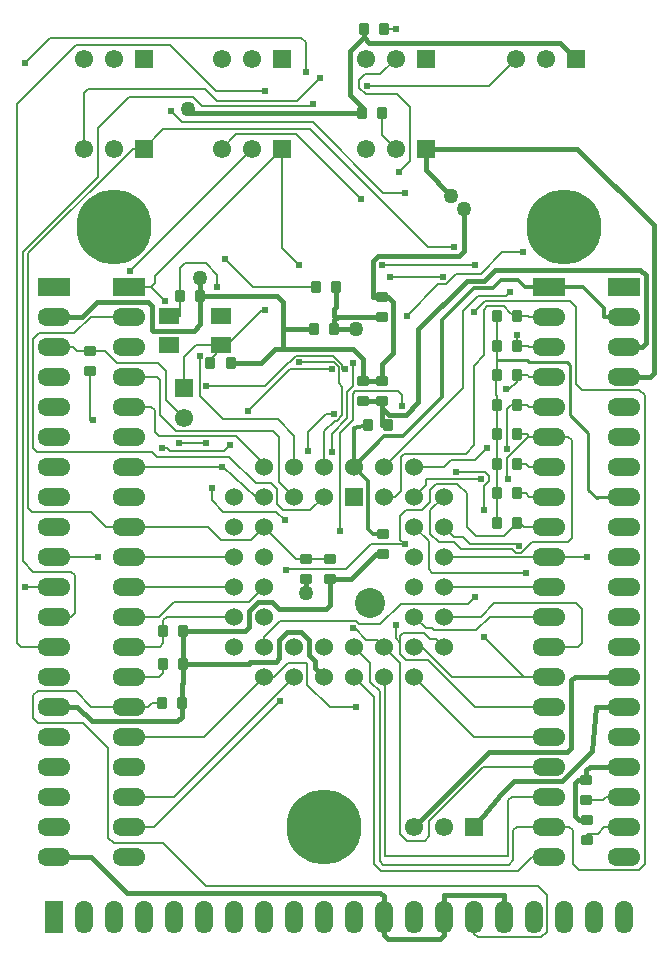
<source format=gbr>
%TF.GenerationSoftware,KiCad,Pcbnew,7.0.2*%
%TF.CreationDate,2023-05-23T14:23:01-07:00*%
%TF.ProjectId,CW308T_87C51,43573330-3854-45f3-9837-4335312e6b69,rev?*%
%TF.SameCoordinates,Original*%
%TF.FileFunction,Copper,L2,Bot*%
%TF.FilePolarity,Positive*%
%FSLAX46Y46*%
G04 Gerber Fmt 4.6, Leading zero omitted, Abs format (unit mm)*
G04 Created by KiCad (PCBNEW 7.0.2) date 2023-05-23 14:23:01*
%MOMM*%
%LPD*%
G01*
G04 APERTURE LIST*
G04 Aperture macros list*
%AMRoundRect*
0 Rectangle with rounded corners*
0 $1 Rounding radius*
0 $2 $3 $4 $5 $6 $7 $8 $9 X,Y pos of 4 corners*
0 Add a 4 corners polygon primitive as box body*
4,1,4,$2,$3,$4,$5,$6,$7,$8,$9,$2,$3,0*
0 Add four circle primitives for the rounded corners*
1,1,$1+$1,$2,$3*
1,1,$1+$1,$4,$5*
1,1,$1+$1,$6,$7*
1,1,$1+$1,$8,$9*
0 Add four rect primitives between the rounded corners*
20,1,$1+$1,$2,$3,$4,$5,0*
20,1,$1+$1,$4,$5,$6,$7,0*
20,1,$1+$1,$6,$7,$8,$9,0*
20,1,$1+$1,$8,$9,$2,$3,0*%
G04 Aperture macros list end*
%TA.AperFunction,ComponentPad*%
%ADD10R,1.550000X1.550000*%
%TD*%
%TA.AperFunction,ComponentPad*%
%ADD11C,1.550000*%
%TD*%
%TA.AperFunction,ComponentPad*%
%ADD12R,1.524000X1.524000*%
%TD*%
%TA.AperFunction,ComponentPad*%
%ADD13C,1.524000*%
%TD*%
%TA.AperFunction,ComponentPad*%
%ADD14R,2.794000X1.524000*%
%TD*%
%TA.AperFunction,ComponentPad*%
%ADD15O,2.794000X1.524000*%
%TD*%
%TA.AperFunction,ComponentPad*%
%ADD16R,1.524000X2.794000*%
%TD*%
%TA.AperFunction,ComponentPad*%
%ADD17O,1.524000X2.794000*%
%TD*%
%TA.AperFunction,ComponentPad*%
%ADD18C,6.350000*%
%TD*%
%TA.AperFunction,SMDPad,CuDef*%
%ADD19RoundRect,0.112500X-0.387500X-0.337500X0.387500X-0.337500X0.387500X0.337500X-0.387500X0.337500X0*%
%TD*%
%TA.AperFunction,SMDPad,CuDef*%
%ADD20RoundRect,0.112500X-0.337500X0.387500X-0.337500X-0.387500X0.337500X-0.387500X0.337500X0.387500X0*%
%TD*%
%TA.AperFunction,SMDPad,CuDef*%
%ADD21RoundRect,0.112500X0.337500X-0.387500X0.337500X0.387500X-0.337500X0.387500X-0.337500X-0.387500X0*%
%TD*%
%TA.AperFunction,SMDPad,CuDef*%
%ADD22RoundRect,0.112500X0.387500X0.337500X-0.387500X0.337500X-0.387500X-0.337500X0.387500X-0.337500X0*%
%TD*%
%TA.AperFunction,SMDPad,CuDef*%
%ADD23R,1.800000X1.400000*%
%TD*%
%TA.AperFunction,ViaPad*%
%ADD24C,0.609600*%
%TD*%
%TA.AperFunction,ViaPad*%
%ADD25C,2.540000*%
%TD*%
%TA.AperFunction,ViaPad*%
%ADD26C,1.270000*%
%TD*%
%TA.AperFunction,Conductor*%
%ADD27C,0.177800*%
%TD*%
%TA.AperFunction,Conductor*%
%ADD28C,0.406400*%
%TD*%
%TA.AperFunction,Conductor*%
%ADD29C,0.304800*%
%TD*%
%TA.AperFunction,Conductor*%
%ADD30C,0.254000*%
%TD*%
G04 APERTURE END LIST*
D10*
%TO.P,J11,1,1*%
%TO.N,Net-(J10-VCC5.0V)*%
X83820000Y22860000D03*
D11*
%TO.P,J11,2,2*%
%TO.N,VCC*%
X81280000Y22860000D03*
%TO.P,J11,3,3*%
%TO.N,Net-(J10-VCC3.3V)*%
X78740000Y22860000D03*
%TD*%
D10*
%TO.P,J6,1,1*%
%TO.N,/CPU/51_RESET*%
X55880000Y80264000D03*
D11*
%TO.P,J6,2,2*%
%TO.N,/CPU/GPIO3*%
X53340000Y80264000D03*
%TO.P,J6,3,3*%
%TO.N,/CPU/AVR_GPIO3*%
X50800000Y80264000D03*
%TD*%
D12*
%TO.P,U1,1,NC/EPGND*%
%TO.N,unconnected-(U1-NC{slash}EPGND-Pad1)*%
X73660000Y50800000D03*
D13*
%TO.P,U1,2,P1.0/T2*%
%TO.N,/CPU/PA0*%
X71120000Y53340000D03*
%TO.P,U1,3,P1.1/T2EX*%
%TO.N,/CPU/PA1*%
X71120000Y50800000D03*
%TO.P,U1,4,P1.2*%
%TO.N,/CPU/PA2*%
X68580000Y53340000D03*
%TO.P,U1,5,P1.3*%
%TO.N,/CPU/PA3*%
X68580000Y50800000D03*
%TO.P,U1,6,P1.4*%
%TO.N,/CPU/PA4*%
X66040000Y53340000D03*
%TO.P,U1,7,P1.5*%
%TO.N,/CPU/PA5*%
X63500000Y50800000D03*
%TO.P,U1,8,P1.6*%
%TO.N,/CPU/PA6*%
X66040000Y50800000D03*
%TO.P,U1,9,P1.7*%
%TO.N,/CPU/PA7*%
X63500000Y48260000D03*
%TO.P,U1,10,RESET*%
%TO.N,/CPU/51_RESET*%
X66040000Y48260000D03*
%TO.P,U1,11,P3.0/RxD*%
%TO.N,/CPU/51_RX*%
X63500000Y45720000D03*
%TO.P,U1,12,NC*%
%TO.N,unconnected-(U1-NC-Pad12)*%
X66040000Y45720000D03*
%TO.P,U1,13,P3.1/TxD*%
%TO.N,/CPU/51_TX*%
X63500000Y43180000D03*
%TO.P,U1,14,P3.2/~{INT0}*%
%TO.N,Net-(U1-P3.2{slash}~{INT0})*%
X66040000Y43180000D03*
%TO.P,U1,15,P3.3/~{INT1}*%
%TO.N,/CPU/M0*%
X63500000Y40640000D03*
%TO.P,U1,16,P3.4/T0*%
%TO.N,/CPU/M1*%
X66040000Y40640000D03*
%TO.P,U1,17,P3.5/T1*%
%TO.N,/CPU/M2*%
X63500000Y38100000D03*
%TO.P,U1,18,P3.6/~{WR}*%
%TO.N,/CPU/P3.6*%
X66040000Y35560000D03*
%TO.P,U1,19,P3.7/~{RD}*%
%TO.N,/CPU/P3.7*%
X66040000Y38100000D03*
%TO.P,U1,20,XTAL2*%
%TO.N,Net-(U1-XTAL2)*%
X68580000Y35560000D03*
%TO.P,U1,21,XTAL1*%
%TO.N,Net-(U1-XTAL1)*%
X68580000Y38100000D03*
%TO.P,U1,22,GND*%
%TO.N,GND*%
X71120000Y35560000D03*
%TO.P,U1,23,NC*%
%TO.N,unconnected-(U1-NC-Pad23)*%
X71120000Y38100000D03*
%TO.P,U1,24,P2.0/A8*%
%TO.N,/CPU/PA8*%
X73660000Y35560000D03*
%TO.P,U1,25,P2.1/A9*%
%TO.N,/CPU/PA9*%
X73660000Y38100000D03*
%TO.P,U1,26,P2.2/A10*%
%TO.N,/CPU/PA10*%
X76200000Y35560000D03*
%TO.P,U1,27,P2.3/A11*%
%TO.N,/CPU/PA11*%
X76200000Y38100000D03*
%TO.P,U1,28,P2.4/A12*%
%TO.N,/CPU/LED2*%
X78740000Y35560000D03*
%TO.P,U1,29,P2.5/A13*%
%TO.N,/CPU/LED1*%
X81280000Y38100000D03*
%TO.P,U1,30,P2.6/A14*%
%TO.N,/CPU/P2.6*%
X78740000Y38100000D03*
%TO.P,U1,31,P2.7/A15*%
%TO.N,/CPU/P2.7*%
X81280000Y40640000D03*
%TO.P,U1,32,~{PSEN}*%
%TO.N,/CPU/PSEN*%
X78740000Y40640000D03*
%TO.P,U1,33,ALE/~{PROG}*%
%TO.N,/CPU/ALE{slash}PROG*%
X81280000Y43180000D03*
%TO.P,U1,34,NC*%
%TO.N,unconnected-(U1-NC-Pad34)*%
X78740000Y43180000D03*
%TO.P,U1,35,~{EA}/VPP*%
%TO.N,/CPU/EA{slash}VPP*%
X81280000Y45720000D03*
%TO.P,U1,36,P0.7/AD7*%
%TO.N,/CPU/PD7*%
X78740000Y45720000D03*
%TO.P,U1,37,P0.6/AD6*%
%TO.N,/CPU/PD6*%
X81280000Y48260000D03*
%TO.P,U1,38,P0.5/AD5*%
%TO.N,/CPU/PD5*%
X78740000Y48260000D03*
%TO.P,U1,39,P0.4/AD4*%
%TO.N,/CPU/PD4*%
X81280000Y50800000D03*
%TO.P,U1,40,P0.3/AD3*%
%TO.N,/CPU/PD3*%
X78740000Y53340000D03*
%TO.P,U1,41,P0.2/AD2*%
%TO.N,/CPU/PD2*%
X78740000Y50800000D03*
%TO.P,U1,42,P0.1/AD1*%
%TO.N,/CPU/PD1*%
X76200000Y53340000D03*
%TO.P,U1,43,P0.0/AD0*%
%TO.N,/CPU/PD0*%
X76200000Y50800000D03*
%TO.P,U1,44,VCC*%
%TO.N,/CPU/SHUNTL*%
X73660000Y53340000D03*
%TD*%
D10*
%TO.P,J1,1,1*%
%TO.N,GND*%
X79756000Y87884000D03*
D11*
%TO.P,J1,2,2*%
%TO.N,/CPU/AVR_MODE1*%
X77216000Y87884000D03*
%TO.P,J1,3,3*%
%TO.N,unconnected-(J1-Pad3)*%
X74676000Y87884000D03*
%TD*%
D14*
%TO.P,J10,A1,SPARE1*%
%TO.N,unconnected-(J10-SPARE1-PadA1)*%
X48260000Y68580000D03*
D15*
%TO.P,J10,A2,GND*%
%TO.N,GND*%
X48260000Y66040000D03*
%TO.P,J10,A3,CLKOUT(TO_TARGET)*%
%TO.N,/CWCONN/CLK*%
X48260000Y63500000D03*
%TO.P,J10,A4,GND*%
%TO.N,GND*%
X48260000Y60960000D03*
%TO.P,J10,A5,CLKIN(FROM_TARGET)*%
%TO.N,unconnected-(J10-CLKIN(FROM_TARGET)-PadA5)*%
X48260000Y58420000D03*
%TO.P,J10,A6,GND*%
%TO.N,GND*%
X48260000Y55880000D03*
%TO.P,J10,A7,GPIO1*%
%TO.N,/CWCONN/TX*%
X48260000Y53340000D03*
%TO.P,J10,A8,GPIO2*%
%TO.N,/CWCONN/RX*%
X48260000Y50800000D03*
%TO.P,J10,A9,GPIO3*%
%TO.N,/CWCONN/GPIO3*%
X48260000Y48260000D03*
%TO.P,J10,A10,GPIO4*%
%TO.N,/CWCONN/GPIO4*%
X48260000Y45720000D03*
%TO.P,J10,A11,nRST*%
%TO.N,/CWCONN/AVR_RST*%
X48260000Y43180000D03*
%TO.P,J10,A12,SCK*%
%TO.N,/CWCONN/SCK*%
X48260000Y40640000D03*
%TO.P,J10,A13,MISO*%
%TO.N,/CWCONN/MISO*%
X48260000Y38100000D03*
%TO.P,J10,A14,MOSI*%
%TO.N,/CWCONN/MOSI*%
X48260000Y35560000D03*
%TO.P,J10,A15,GND*%
%TO.N,GND*%
X48260000Y33020000D03*
%TO.P,J10,A16,GND*%
X48260000Y30480000D03*
%TO.P,J10,A17,PDIC*%
%TO.N,unconnected-(J10-PDIC-PadA17)*%
X48260000Y27940000D03*
%TO.P,J10,A18,PDID*%
%TO.N,unconnected-(J10-PDID-PadA18)*%
X48260000Y25400000D03*
%TO.P,J10,A19,SPARE2*%
%TO.N,unconnected-(J10-SPARE2-PadA19)*%
X48260000Y22860000D03*
%TO.P,J10,A20,VREF*%
%TO.N,VCC*%
X48260000Y20320000D03*
D16*
%TO.P,J10,B1,GND*%
%TO.N,unconnected-(J10-GND-PadB1)*%
X48260000Y15240000D03*
D17*
%TO.P,J10,B2,JTAG_TRST*%
%TO.N,unconnected-(J10-JTAG_TRST-PadB2)*%
X50800000Y15240000D03*
%TO.P,J10,B3,JTAG_TDI*%
%TO.N,unconnected-(J10-JTAG_TDI-PadB3)*%
X53340000Y15240000D03*
%TO.P,J10,B4,JTAG_TDO*%
%TO.N,unconnected-(J10-JTAG_TDO-PadB4)*%
X55880000Y15240000D03*
%TO.P,J10,B5,JTAG_TMS*%
%TO.N,unconnected-(J10-JTAG_TMS-PadB5)*%
X58420000Y15240000D03*
%TO.P,J10,B6,JTAG_TCK*%
%TO.N,unconnected-(J10-JTAG_TCK-PadB6)*%
X60960000Y15240000D03*
%TO.P,J10,B7,JTAG_VREF*%
%TO.N,unconnected-(J10-JTAG_VREF-PadB7)*%
X63500000Y15240000D03*
%TO.P,J10,B8,JTAG_nRST*%
%TO.N,unconnected-(J10-JTAG_nRST-PadB8)*%
X66040000Y15240000D03*
%TO.P,J10,B9,GND*%
%TO.N,unconnected-(J10-GND-PadB9)*%
X68580000Y15240000D03*
%TO.P,J10,B10,GND*%
%TO.N,unconnected-(J10-GND-PadB10)*%
X71120000Y15240000D03*
%TO.P,J10,B11,HDR1*%
%TO.N,/CWCONN/M0*%
X73660000Y15240000D03*
%TO.P,J10,B12,HDR2*%
%TO.N,VCC*%
X76200000Y15240000D03*
%TO.P,J10,B13,HDR3*%
%TO.N,/CWCONN/M1*%
X78740000Y15240000D03*
%TO.P,J10,B14,HDR4*%
%TO.N,VCC*%
X81280000Y15240000D03*
%TO.P,J10,B15,HDR5*%
%TO.N,/CWCONN/M2*%
X83820000Y15240000D03*
%TO.P,J10,B16,HDR6*%
%TO.N,VCC*%
X86360000Y15240000D03*
%TO.P,J10,B17,HDR7*%
%TO.N,unconnected-(J10-HDR7-PadB17)*%
X88900000Y15240000D03*
%TO.P,J10,B18,HDR8*%
%TO.N,unconnected-(J10-HDR8-PadB18)*%
X91440000Y15240000D03*
%TO.P,J10,B19,HDR9*%
%TO.N,unconnected-(J10-HDR9-PadB19)*%
X93980000Y15240000D03*
%TO.P,J10,B20,HDR10*%
%TO.N,unconnected-(J10-HDR10-PadB20)*%
X96520000Y15240000D03*
D14*
%TO.P,J10,C1,GND*%
%TO.N,GND*%
X96520000Y68580000D03*
D15*
%TO.P,J10,C2,SHUNTL*%
%TO.N,/CWCONN/SHUNTL*%
X96520000Y66040000D03*
%TO.P,J10,C3,SHUNTH*%
%TO.N,/CWCONN/SHUNTH*%
X96520000Y63500000D03*
%TO.P,J10,C4,GND*%
%TO.N,GND*%
X96520000Y60960000D03*
%TO.P,J10,C5,FILT_LP*%
%TO.N,/CWCONN/SHUNTH*%
X96520000Y58420000D03*
%TO.P,J10,C6,FILT_HP*%
X96520000Y55880000D03*
%TO.P,J10,C7,GND*%
%TO.N,GND*%
X96520000Y53340000D03*
%TO.P,J10,C8,FILTIN*%
%TO.N,VCC*%
X96520000Y50800000D03*
%TO.P,J10,C9,GND*%
%TO.N,GND*%
X96520000Y48260000D03*
%TO.P,J10,C10,GND*%
X96520000Y45720000D03*
%TO.P,J10,C11,VCC1.2V*%
%TO.N,unconnected-(J10-VCC1.2V-PadC11)*%
X96520000Y43180000D03*
%TO.P,J10,C12,VCC1.8V*%
%TO.N,unconnected-(J10-VCC1.8V-PadC12)*%
X96520000Y40640000D03*
%TO.P,J10,C13,VCC2.5V*%
%TO.N,unconnected-(J10-VCC2.5V-PadC13)*%
X96520000Y38100000D03*
%TO.P,J10,C14,VCC3.3V*%
%TO.N,Net-(J10-VCC3.3V)*%
X96520000Y35560000D03*
%TO.P,J10,C15,VCC5.0V*%
%TO.N,Net-(J10-VCC5.0V)*%
X96520000Y33020000D03*
%TO.P,J10,C16,GND*%
%TO.N,GND*%
X96520000Y30480000D03*
%TO.P,J10,C17,GND*%
X96520000Y27940000D03*
%TO.P,J10,C18,LED1*%
%TO.N,/CWCONN/LED1*%
X96520000Y25400000D03*
%TO.P,J10,C19,LED2*%
%TO.N,/CWCONN/LED2*%
X96520000Y22860000D03*
%TO.P,J10,C20,LED3*%
%TO.N,/CWCONN/LED3*%
X96520000Y20320000D03*
D18*
%TO.P,J10,MH1*%
%TO.N,N/C*%
X53340000Y73660000D03*
%TO.P,J10,MH2*%
X71120000Y22860000D03*
X91440000Y73660000D03*
%TD*%
D14*
%TO.P,J8,1*%
%TO.N,/CPU/SHUNTL*%
X90170000Y68580000D03*
D15*
%TO.P,J8,2*%
%TO.N,/CPU/PD0*%
X90170000Y66040000D03*
%TO.P,J8,3*%
%TO.N,/CPU/PD1*%
X90170000Y63500000D03*
%TO.P,J8,4*%
%TO.N,/CPU/PD2*%
X90170000Y60960000D03*
%TO.P,J8,5*%
%TO.N,/CPU/PD3*%
X90170000Y58420000D03*
%TO.P,J8,6*%
%TO.N,/CPU/PD4*%
X90170000Y55880000D03*
%TO.P,J8,7*%
%TO.N,/CPU/PD5*%
X90170000Y53340000D03*
%TO.P,J8,8*%
%TO.N,/CPU/PD6*%
X90170000Y50800000D03*
%TO.P,J8,9*%
%TO.N,/CPU/PD7*%
X90170000Y48260000D03*
%TO.P,J8,10*%
%TO.N,/CPU/EA{slash}VPP*%
X90170000Y45720000D03*
%TO.P,J8,11*%
%TO.N,/CPU/ALE{slash}PROG*%
X90170000Y43180000D03*
%TO.P,J8,12*%
%TO.N,/CPU/PSEN*%
X90170000Y40640000D03*
%TO.P,J8,13*%
%TO.N,/CPU/P2.7*%
X90170000Y38100000D03*
%TO.P,J8,14*%
%TO.N,/CPU/P2.6*%
X90170000Y35560000D03*
%TO.P,J8,15*%
%TO.N,/CPU/LED1*%
X90170000Y33020000D03*
%TO.P,J8,16*%
%TO.N,/CPU/LED2*%
X90170000Y30480000D03*
%TO.P,J8,17*%
%TO.N,/CPU/PA11*%
X90170000Y27940000D03*
%TO.P,J8,18*%
%TO.N,/CPU/PA10*%
X90170000Y25400000D03*
%TO.P,J8,19*%
%TO.N,/CPU/PA9*%
X90170000Y22860000D03*
%TO.P,J8,20*%
%TO.N,/CPU/PA8*%
X90170000Y20320000D03*
%TD*%
D10*
%TO.P,J5,1,1*%
%TO.N,/CPU/PA0*%
X67564000Y80264000D03*
D11*
%TO.P,J5,2,2*%
%TO.N,/CPU/GPIO4*%
X65024000Y80264000D03*
%TO.P,J5,3,3*%
%TO.N,/CPU/AVR_TRIG*%
X62484000Y80264000D03*
%TD*%
D10*
%TO.P,J3,1,1*%
%TO.N,/CPU/51_TX*%
X67564000Y87884000D03*
D11*
%TO.P,J3,2,2*%
%TO.N,/CPU/TX*%
X65024000Y87884000D03*
%TO.P,J3,3,3*%
%TO.N,/CPU/AVR_TX*%
X62484000Y87884000D03*
%TD*%
D10*
%TO.P,J4,1,1*%
%TO.N,/CPU/51_RX*%
X55880000Y87884000D03*
D11*
%TO.P,J4,2,2*%
%TO.N,/CPU/RX*%
X53340000Y87884000D03*
%TO.P,J4,3,3*%
%TO.N,/CPU/AVR_RX*%
X50800000Y87884000D03*
%TD*%
D10*
%TO.P,J7,1,1*%
%TO.N,GND*%
X79756000Y80264000D03*
D11*
%TO.P,J7,2,2*%
%TO.N,/CPU/AVR_MODE2*%
X77216000Y80264000D03*
%TO.P,J7,3,3*%
%TO.N,unconnected-(J7-Pad3)*%
X74676000Y80264000D03*
%TD*%
D14*
%TO.P,J9,1*%
%TO.N,/CPU/PA0*%
X54610000Y68580000D03*
D15*
%TO.P,J9,2*%
%TO.N,/CPU/PA1*%
X54610000Y66040000D03*
%TO.P,J9,3*%
%TO.N,/CPU/PA2*%
X54610000Y63500000D03*
%TO.P,J9,4*%
%TO.N,/CPU/PA3*%
X54610000Y60960000D03*
%TO.P,J9,5*%
%TO.N,/CPU/PA4*%
X54610000Y58420000D03*
%TO.P,J9,6*%
%TO.N,/CPU/PA5*%
X54610000Y55880000D03*
%TO.P,J9,7*%
%TO.N,/CPU/PA6*%
X54610000Y53340000D03*
%TO.P,J9,8*%
%TO.N,/CPU/PA7*%
X54610000Y50800000D03*
%TO.P,J9,9*%
%TO.N,/CPU/51_RESET*%
X54610000Y48260000D03*
%TO.P,J9,10*%
%TO.N,/CPU/51_RX*%
X54610000Y45720000D03*
%TO.P,J9,11*%
%TO.N,/CPU/51_TX*%
X54610000Y43180000D03*
%TO.P,J9,12*%
%TO.N,Net-(U1-P3.2{slash}~{INT0})*%
X54610000Y40640000D03*
%TO.P,J9,13*%
%TO.N,/CPU/M0*%
X54610000Y38100000D03*
%TO.P,J9,14*%
%TO.N,/CPU/M1*%
X54610000Y35560000D03*
%TO.P,J9,15*%
%TO.N,/CPU/M2*%
X54610000Y33020000D03*
%TO.P,J9,16*%
%TO.N,/CPU/P3.6*%
X54610000Y30480000D03*
%TO.P,J9,17*%
%TO.N,/CPU/P3.7*%
X54610000Y27940000D03*
%TO.P,J9,18*%
%TO.N,Net-(U1-XTAL2)*%
X54610000Y25400000D03*
%TO.P,J9,19*%
%TO.N,Net-(U1-XTAL1)*%
X54610000Y22860000D03*
%TO.P,J9,20*%
%TO.N,GND*%
X54610000Y20320000D03*
%TD*%
D10*
%TO.P,J12,1,1*%
%TO.N,Net-(U3-(TOSC1)_XTAL1)*%
X59258200Y60020200D03*
D11*
%TO.P,J12,2,2*%
%TO.N,/CPU/CLK*%
X59258200Y57480200D03*
%TD*%
D10*
%TO.P,J2,1,1*%
%TO.N,VCC*%
X92456000Y87884000D03*
D11*
%TO.P,J2,2,2*%
%TO.N,/CPU/EA{slash}VPP*%
X89916000Y87884000D03*
%TO.P,J2,3,3*%
%TO.N,/CPU/AVR_EA*%
X87376000Y87884000D03*
%TD*%
D19*
%TO.P,C2,1*%
%TO.N,/CPU/SHUNTH*%
X74422000Y58890810D03*
%TO.P,C2,2*%
%TO.N,GND*%
X74422000Y60590790D03*
%TD*%
D20*
%TO.P,R1,1,1*%
%TO.N,VCC*%
X85749990Y66100000D03*
%TO.P,R1,2,2*%
%TO.N,/CPU/PD0*%
X87450020Y66100000D03*
%TD*%
D19*
%TO.P,R16,1,1*%
%TO.N,/CPU/LED2*%
X93370400Y21705210D03*
%TO.P,R16,2,2*%
%TO.N,GND*%
X93370400Y23405190D03*
%TD*%
D21*
%TO.P,R19,1,1*%
%TO.N,GND*%
X59117590Y33350200D03*
%TO.P,R19,2,2*%
%TO.N,/CWCONN/M2*%
X57417610Y33350200D03*
%TD*%
D20*
%TO.P,R8,1,1*%
%TO.N,VCC*%
X85749990Y48600000D03*
%TO.P,R8,2,2*%
%TO.N,/CPU/PD7*%
X87450020Y48600000D03*
%TD*%
D21*
%TO.P,R12,1,1*%
%TO.N,VCC*%
X72136000Y68580000D03*
%TO.P,R12,2,2*%
%TO.N,/CPU/AVR_RST*%
X70435980Y68580000D03*
%TD*%
D22*
%TO.P,R11,1,1*%
%TO.N,/CPU/51_RESET*%
X71628000Y45553990D03*
%TO.P,R11,2,2*%
%TO.N,GND*%
X71628000Y43854010D03*
%TD*%
D21*
%TO.P,C5,1*%
%TO.N,VCC*%
X71969990Y65024000D03*
%TO.P,C5,2*%
%TO.N,GND*%
X70270010Y65024000D03*
%TD*%
D20*
%TO.P,R6,1,1*%
%TO.N,VCC*%
X85749990Y63600030D03*
%TO.P,R6,2,2*%
%TO.N,/CPU/PD1*%
X87450020Y63600030D03*
%TD*%
%TO.P,R2,1,1*%
%TO.N,VCC*%
X85749990Y58599980D03*
%TO.P,R2,2,2*%
%TO.N,/CPU/PD3*%
X87450020Y58599980D03*
%TD*%
%TO.P,R10,1,1*%
%TO.N,VCC*%
X85749990Y53599990D03*
%TO.P,R10,2,2*%
%TO.N,/CPU/PD5*%
X87450020Y53599990D03*
%TD*%
D23*
%TO.P,X1,1,X1*%
%TO.N,Net-(U3-(TOSC2)_XTAL2)*%
X57972600Y66071600D03*
%TO.P,X1,2,GND*%
%TO.N,unconnected-(X1-GND-Pad2)*%
X62372600Y66071600D03*
%TO.P,X1,3,X2*%
%TO.N,Net-(U3-(TOSC1)_XTAL1)*%
X62372600Y63671600D03*
%TO.P,X1,4,GND*%
%TO.N,unconnected-(X1-GND-Pad4)*%
X57972600Y63671600D03*
%TD*%
D19*
%TO.P,C8,1*%
%TO.N,VCC*%
X76000000Y66050010D03*
%TO.P,C8,2*%
%TO.N,GND*%
X76000000Y67749980D03*
%TD*%
D20*
%TO.P,R17,1,1*%
%TO.N,/CWCONN/M1*%
X57468410Y36677600D03*
%TO.P,R17,2,2*%
%TO.N,GND*%
X59168390Y36677600D03*
%TD*%
%TO.P,R7,1,1*%
%TO.N,VCC*%
X85749990Y56100020D03*
%TO.P,R7,2,2*%
%TO.N,/CPU/PD4*%
X87450020Y56100020D03*
%TD*%
D19*
%TO.P,R14,1,1*%
%TO.N,Net-(U1-XTAL1)*%
X51308000Y61468000D03*
%TO.P,R14,2,2*%
%TO.N,/CPU/CLK*%
X51308000Y63168020D03*
%TD*%
D21*
%TO.P,C7,1*%
%TO.N,GND*%
X63206990Y62103000D03*
%TO.P,C7,2*%
%TO.N,Net-(U3-(TOSC1)_XTAL1)*%
X61507010Y62103000D03*
%TD*%
%TO.P,C6,1*%
%TO.N,GND*%
X60616190Y67792600D03*
%TO.P,C6,2*%
%TO.N,Net-(U3-(TOSC2)_XTAL2)*%
X58916210Y67792600D03*
%TD*%
%TO.P,R13,1,1*%
%TO.N,/CPU/SHUNTH*%
X76541990Y56896000D03*
%TO.P,R13,2,2*%
%TO.N,/CPU/SHUNTL*%
X74842010Y56896000D03*
%TD*%
D20*
%TO.P,R4,1,1*%
%TO.N,VCC*%
X74499980Y90424000D03*
%TO.P,R4,2,2*%
%TO.N,/CPU/AVR_MODE1*%
X76200000Y90424000D03*
%TD*%
%TO.P,R18,1,1*%
%TO.N,/CWCONN/M0*%
X57519210Y39420800D03*
%TO.P,R18,2,2*%
%TO.N,GND*%
X59219190Y39420800D03*
%TD*%
D21*
%TO.P,R5,1,1*%
%TO.N,/CPU/AVR_MODE2*%
X76033990Y83312000D03*
%TO.P,R5,2,2*%
%TO.N,VCC*%
X74334010Y83312000D03*
%TD*%
D20*
%TO.P,R9,1,1*%
%TO.N,VCC*%
X85749990Y61100010D03*
%TO.P,R9,2,2*%
%TO.N,/CPU/PD2*%
X87450020Y61100010D03*
%TD*%
%TO.P,R3,1,1*%
%TO.N,VCC*%
X85749990Y51100030D03*
%TO.P,R3,2,2*%
%TO.N,/CPU/PD6*%
X87450020Y51100030D03*
%TD*%
D19*
%TO.P,C1,1*%
%TO.N,/CPU/SHUNTH*%
X76047600Y58865410D03*
%TO.P,C1,2*%
%TO.N,GND*%
X76047600Y60565390D03*
%TD*%
%TO.P,R15,1,1*%
%TO.N,/CPU/LED1*%
X93319600Y25134210D03*
%TO.P,R15,2,2*%
%TO.N,GND*%
X93319600Y26834190D03*
%TD*%
%TO.P,C4,1*%
%TO.N,VCC*%
X69596000Y43854010D03*
%TO.P,C4,2*%
%TO.N,/CPU/51_RESET*%
X69596000Y45553990D03*
%TD*%
%TO.P,C3,1*%
%TO.N,GND*%
X76149200Y45962210D03*
%TO.P,C3,2*%
%TO.N,/CPU/SHUNTL*%
X76149200Y47662190D03*
%TD*%
D24*
%TO.N,*%
X45796200Y43180000D03*
X45796200Y87528400D03*
X69570600Y86741000D03*
X52019200Y45720000D03*
X66103500Y85166200D03*
X72440800Y47917100D03*
X54686200Y69926200D03*
X62763400Y70899990D03*
X77200000Y39900000D03*
X77700020Y58521600D03*
D25*
X75000000Y41800020D03*
D24*
X70231000Y84074000D03*
%TO.N,/CPU/51_RESET*%
X82156300Y71958200D03*
%TO.N,Net-(U3-(TOSC2)_XTAL2)*%
X62100000Y68600000D03*
%TO.N,Net-(U3-(TOSC1)_XTAL1)*%
X66100000Y66600000D03*
%TO.N,/CPU/AVR_MODE1*%
X77216000Y90424000D03*
X77495400Y78333600D03*
%TO.N,/CPU/EA{slash}VPP*%
X93421200Y45720000D03*
%TO.N,/CPU/AVR_EA*%
X74790300Y85585300D03*
%TO.N,/CPU/AVR_RX*%
X77978000Y76555600D03*
X58153300Y83464400D03*
%TO.N,/CPU/PA0*%
X69011800Y70408800D03*
X68999810Y62199830D03*
X57632600Y67386200D03*
%TO.N,/CPU/AVR_TRIG*%
X74218800Y76047600D03*
%TO.N,/CPU/AVR_GPIO3*%
X70782940Y86251540D03*
%TO.N,/CPU/PD1*%
X86842600Y68140170D03*
X87500000Y64500000D03*
%TO.N,/CPU/PD2*%
X86500000Y59900000D03*
X84453630Y52273200D03*
%TO.N,/CPU/PD3*%
X86600000Y54800000D03*
X84900000Y54902600D03*
%TO.N,/CPU/PD4*%
X86700000Y52300000D03*
X83870800Y70408800D03*
X76047600Y70408800D03*
%TO.N,/CPU/PD5*%
X88188800Y44323000D03*
%TO.N,/CPU/PD6*%
X81203800Y69443600D03*
X87600000Y46600000D03*
X76682600Y69443600D03*
%TO.N,/CPU/PD7*%
X67800000Y48800000D03*
X58837370Y55372000D03*
X72899800Y61599830D03*
X67900000Y44600000D03*
X61600000Y51500000D03*
X61163200Y60147200D03*
X61163200Y55372000D03*
X77952600Y46812200D03*
%TO.N,/CPU/ALE{slash}PROG*%
X71780400Y54610000D03*
X73579100Y62100000D03*
%TO.N,/CPU/PSEN*%
X69800000Y54700000D03*
X72000000Y57800000D03*
D26*
%TO.N,GND*%
X60616190Y69299990D03*
X81889600Y76301600D03*
X83013550Y75177650D03*
D24*
%TO.N,/CPU/P2.6*%
X82257900Y52933600D03*
X84709000Y49682400D03*
X84709000Y38887400D03*
%TO.N,/CPU/PA11*%
X71805800Y61595000D03*
X64719200Y58064400D03*
X73600000Y39700000D03*
%TO.N,/CPU/PA9*%
X83845400Y66438220D03*
%TO.N,/CPU/PA8*%
X87934800Y71501000D03*
X78130400Y66100000D03*
%TO.N,/CPU/PA2*%
X60604400Y62687200D03*
%TO.N,/CPU/PA6*%
X62509400Y53340000D03*
%TO.N,/CPU/PA7*%
X63195200Y55143400D03*
X57404000Y54889400D03*
%TO.N,/CPU/P3.6*%
X73800000Y33000000D03*
D26*
%TO.N,VCC*%
X59613800Y83629500D03*
X69596000Y42672000D03*
X73799700Y65024000D03*
D24*
%TO.N,/CPU/P3.7*%
X83896200Y42316400D03*
%TO.N,Net-(U1-XTAL1)*%
X51587400Y57277000D03*
X67437000Y33528000D03*
%TD*%
D27*
%TO.N,*%
X77200000Y38852600D02*
X77597000Y38455600D01*
X62763400Y70899990D02*
X65083390Y68580000D01*
D28*
X75234800Y58865410D02*
X76047600Y58865410D01*
D27*
X95033190Y25400000D02*
X96520000Y25400000D01*
X65083390Y68580000D02*
X70435980Y68580000D01*
X48260000Y40640000D02*
X49695100Y40640000D01*
D29*
X86131400Y69164200D02*
X87553800Y69164200D01*
D28*
X78028800Y57734200D02*
X79095600Y58801000D01*
D27*
X45135800Y38417500D02*
X45135800Y84061300D01*
X94284800Y22275800D02*
X94869000Y22860000D01*
X61976000Y85166200D02*
X66103500Y85166200D01*
X56261000Y33020000D02*
X56591200Y33350200D01*
D29*
X81153000Y65778380D02*
X83853020Y68478400D01*
X73660000Y53340000D02*
X73660000Y56578500D01*
D27*
X48260000Y45720000D02*
X52019200Y45720000D01*
X51968400Y82016600D02*
X54584600Y84632800D01*
X46875700Y34340800D02*
X50114200Y34340800D01*
X57531000Y21463000D02*
X61163200Y17830800D01*
X57061100Y62103000D02*
X57708800Y61455300D01*
X57708800Y59029600D02*
X59258200Y57480200D01*
X69570600Y86741000D02*
X69570600Y89306400D01*
X93319600Y25134210D02*
X94767400Y25134210D01*
X83869730Y33020000D02*
X90170000Y33020000D01*
X77700020Y58521600D02*
X77700020Y59372500D01*
D28*
X98374200Y63817500D02*
X98374200Y69532500D01*
D27*
X50126900Y89052400D02*
X58089800Y89052400D01*
X57519210Y38417500D02*
X57519210Y39420800D01*
X77597000Y39027100D02*
X77812900Y39243000D01*
X93395800Y22275800D02*
X94284800Y22275800D01*
X89230200Y17830800D02*
X90017600Y17043400D01*
D29*
X90170000Y68580000D02*
X93027500Y68580000D01*
D27*
X79603600Y39243000D02*
X80111600Y38735000D01*
D28*
X74422000Y58890810D02*
X75209400Y58890810D01*
D27*
X77597000Y37490400D02*
X77597000Y38455600D01*
X45618400Y45339000D02*
X46507400Y44450000D01*
X94767400Y25134210D02*
X95033190Y25400000D01*
X73789080Y59715400D02*
X77357120Y59715400D01*
D28*
X76047600Y56921400D02*
X76047600Y58280300D01*
D27*
X77597000Y38455600D02*
X77597000Y39027100D01*
X54686200Y69926200D02*
X65024000Y80264000D01*
D28*
X83235800Y69107510D02*
X84686240Y69107510D01*
D27*
X90017600Y13970000D02*
X90017600Y17043400D01*
D28*
X76593700Y57734200D02*
X78028800Y57734200D01*
D27*
X58089800Y89052400D02*
X61976000Y85166200D01*
D28*
X75209400Y58890810D02*
X75234800Y58865410D01*
D27*
X45618400Y45339000D02*
X45618400Y71551800D01*
X45618400Y71551800D02*
X51968400Y77901800D01*
X77597000Y37490400D02*
X78092300Y36995100D01*
X70053200Y83896200D02*
X70231000Y84074000D01*
D29*
X93027500Y68580000D02*
X94869000Y66738500D01*
X77781560Y55912160D02*
X81153000Y59283600D01*
D27*
X45796200Y43180000D02*
X48260000Y43180000D01*
X78740000Y35560000D02*
X83820000Y30480000D01*
D28*
X85606530Y70027800D02*
X97878900Y70027800D01*
D27*
X52552600Y63168020D02*
X53617620Y62103000D01*
D29*
X75247500Y47662190D02*
X76149200Y47662190D01*
X73660000Y53340000D02*
X76232160Y55912160D01*
X73660000Y53340000D02*
X74879200Y52120800D01*
D27*
X61163200Y17830800D02*
X89230200Y17830800D01*
X57150910Y35560000D02*
X57468410Y35877500D01*
X46507400Y32067500D02*
X46507400Y33972500D01*
X56591200Y33350200D02*
X57417610Y33350200D01*
X93370400Y22250400D02*
X93395800Y22275800D01*
X50012600Y40957500D02*
X50012600Y44132500D01*
X57519210Y39420800D02*
X57519210Y40322500D01*
D29*
X74879200Y48030490D02*
X75247500Y47662190D01*
D27*
X49695100Y40640000D02*
X50012600Y40957500D01*
X72440800Y47917100D02*
X72440800Y56184800D01*
X57708800Y59029600D02*
X57708800Y61455300D01*
D28*
X98056700Y63500000D02*
X98374200Y63817500D01*
D27*
X53617620Y62103000D02*
X57061100Y62103000D01*
D28*
X76047600Y58280300D02*
X76047600Y58865410D01*
X97878900Y70027800D02*
X98374200Y69532500D01*
D27*
X72440800Y56184800D02*
X73558400Y57302400D01*
D29*
X88138000Y68580000D02*
X90170000Y68580000D01*
X73660000Y56578500D02*
X74842010Y56896000D01*
D28*
X96520000Y63500000D02*
X98056700Y63500000D01*
D29*
X74879200Y48030490D02*
X74879200Y52120800D01*
D27*
X93370400Y21705210D02*
X93370400Y22250400D01*
X73558400Y57302400D02*
X73558400Y59484720D01*
X49695100Y44450000D02*
X50012600Y44132500D01*
X54610000Y33020000D02*
X56261000Y33020000D01*
D28*
X84686240Y69107510D02*
X85606530Y70027800D01*
D27*
X49911000Y63500000D02*
X50242980Y63168020D01*
D29*
X83853020Y68478400D02*
X85445600Y68478400D01*
D27*
X60058300Y84632800D02*
X60794900Y83896200D01*
D29*
X81153000Y59283600D02*
X81153000Y65778380D01*
D27*
X53301900Y21463000D02*
X57531000Y21463000D01*
X46926500Y31648400D02*
X50723800Y31648400D01*
X48260000Y63500000D02*
X49911000Y63500000D01*
X60794900Y83896200D02*
X70053200Y83896200D01*
X45135800Y38417500D02*
X45453300Y38100000D01*
X94869000Y22860000D02*
X96520000Y22860000D01*
X84137500Y13487400D02*
X89535000Y13487400D01*
X47929800Y89662000D02*
X69215000Y89662000D01*
X51968400Y77901800D02*
X51968400Y82016600D01*
X57201710Y38100000D02*
X57519210Y38417500D01*
D28*
X76073000Y56896000D02*
X76541990Y56896000D01*
D27*
X69215000Y89662000D02*
X69570600Y89306400D01*
X54584600Y84632800D02*
X60058300Y84632800D01*
X52857400Y21907500D02*
X53301900Y21463000D01*
X83820000Y13804900D02*
X83820000Y15240000D01*
X57468410Y35877500D02*
X57468410Y36677600D01*
X78092300Y36995100D02*
X79894630Y36995100D01*
D28*
X76047600Y58280300D02*
X76593700Y57734200D01*
D27*
X80111600Y38735000D02*
X80645000Y38735000D01*
X79894630Y36995100D02*
X83869730Y33020000D01*
X52857400Y21907500D02*
X52857400Y29514800D01*
X51435000Y33020000D02*
X54610000Y33020000D01*
X54610000Y38100000D02*
X57201710Y38100000D01*
X77200000Y38852600D02*
X77200000Y39900000D01*
X45796200Y87528400D02*
X47929800Y89662000D01*
X46507400Y44450000D02*
X49695100Y44450000D01*
D28*
X76047600Y56921400D02*
X76073000Y56896000D01*
D27*
X54610000Y35560000D02*
X57150910Y35560000D01*
X50242980Y63168020D02*
X51308000Y63168020D01*
X45453300Y38100000D02*
X48260000Y38100000D01*
X89535000Y13487400D02*
X90017600Y13970000D01*
X80645000Y38735000D02*
X81280000Y38100000D01*
X46507400Y32067500D02*
X46926500Y31648400D01*
X83820000Y13804900D02*
X84137500Y13487400D01*
X57836710Y40640000D02*
X63500000Y40640000D01*
X46507400Y33972500D02*
X46875700Y34340800D01*
X57519210Y40322500D02*
X57836710Y40640000D01*
D28*
X79095600Y64967310D02*
X83235800Y69107510D01*
D27*
X73558400Y59484720D02*
X73789080Y59715400D01*
X50114200Y34340800D02*
X51435000Y33020000D01*
D29*
X85445600Y68478400D02*
X86131400Y69164200D01*
X94869000Y66040000D02*
X96520000Y66040000D01*
D27*
X51308000Y63168020D02*
X52552600Y63168020D01*
X77357120Y59715400D02*
X77700020Y59372500D01*
D28*
X79095600Y58801000D02*
X79095600Y64967310D01*
D29*
X87553800Y69164200D02*
X88138000Y68580000D01*
X94869000Y66040000D02*
X94869000Y66738500D01*
D27*
X77812900Y39243000D02*
X79603600Y39243000D01*
X50723800Y31648400D02*
X52857400Y29514800D01*
X83820000Y30480000D02*
X90170000Y30480000D01*
X45135800Y84061300D02*
X50126900Y89052400D01*
D29*
X76232160Y55912160D02*
X77781560Y55912160D01*
D27*
%TO.N,/CPU/51_RESET*%
X69596000Y45553990D02*
X71628000Y45553990D01*
X61290200Y48260000D02*
X62407800Y47142400D01*
X68746010Y45553990D02*
X69596000Y45553990D01*
X62407800Y47142400D02*
X64922400Y47142400D01*
X66040000Y48260000D02*
X68746010Y45553990D01*
X54610000Y48260000D02*
X61290200Y48260000D01*
X69951350Y81915250D02*
X79908400Y71958200D01*
X46101000Y49822100D02*
X46393100Y49530000D01*
X46393100Y49530000D02*
X51435000Y49530000D01*
X51435000Y49530000D02*
X52705000Y48260000D01*
X52705000Y48260000D02*
X54610000Y48260000D01*
X55880000Y80264000D02*
X57531250Y81915250D01*
X46101000Y71399400D02*
X54965600Y80264000D01*
X64922400Y47142400D02*
X66040000Y48260000D01*
X79908400Y71958200D02*
X82156300Y71958200D01*
X46101000Y49822100D02*
X46101000Y71399400D01*
X57531250Y81915250D02*
X69951350Y81915250D01*
X54965600Y80264000D02*
X55880000Y80264000D01*
%TO.N,Net-(U3-(TOSC2)_XTAL2)*%
X62100000Y68600000D02*
X62100000Y69600000D01*
X59348720Y70600000D02*
X61100000Y70600000D01*
X58916210Y70167500D02*
X59348720Y70600000D01*
X58877200Y66071600D02*
X58916210Y66110610D01*
X57972600Y66071600D02*
X58877200Y66071600D01*
X58916210Y67792600D02*
X58916210Y70167500D01*
X61100000Y70600000D02*
X62100000Y69600000D01*
X58916210Y66110610D02*
X58916210Y67792600D01*
%TO.N,Net-(U3-(TOSC1)_XTAL1)*%
X59258200Y62666420D02*
X60263380Y63671600D01*
X60263380Y63671600D02*
X62000000Y63671600D01*
X59258200Y60020200D02*
X59258200Y62666420D01*
X61507010Y62353020D02*
X62000000Y62846000D01*
X62585600Y63347600D02*
X65838000Y66600000D01*
X61507010Y62103000D02*
X61507010Y62353020D01*
X65838000Y66600000D02*
X66100000Y66600000D01*
X62000000Y62846000D02*
X62000000Y63671600D01*
%TO.N,/CPU/AVR_MODE1*%
X78384400Y79222600D02*
X78384400Y83794600D01*
X74612500Y86563200D02*
X75895200Y86563200D01*
X74637900Y84912200D02*
X77266800Y84912200D01*
X74117200Y85432900D02*
X74637900Y84912200D01*
X77495400Y78333600D02*
X78384400Y79222600D01*
X75895200Y86563200D02*
X77216000Y87884000D01*
X74117200Y86067900D02*
X74612500Y86563200D01*
X74117200Y85432900D02*
X74117200Y86067900D01*
X76200000Y90424000D02*
X77216000Y90424000D01*
X77266800Y84912200D02*
X78384400Y83794600D01*
%TO.N,/CPU/EA{slash}VPP*%
X81280000Y45720000D02*
X90170000Y45720000D01*
X90170000Y45720000D02*
X93421200Y45720000D01*
%TO.N,/CPU/AVR_EA*%
X74790300Y85585300D02*
X85077300Y85585300D01*
X85077300Y85585300D02*
X87376000Y87884000D01*
%TO.N,/CPU/51_TX*%
X54610000Y43180000D02*
X63500000Y43180000D01*
%TO.N,/CPU/51_RX*%
X54610000Y45720000D02*
X63500000Y45720000D01*
%TO.N,/CPU/AVR_RX*%
X58153300Y83464400D02*
X59067700Y82550000D01*
X70154800Y82550000D02*
X76149200Y76555600D01*
X76149200Y76555600D02*
X77978000Y76555600D01*
X59067700Y82550000D02*
X70154800Y82550000D01*
%TO.N,/CPU/PA0*%
X72351900Y60439300D02*
X72351900Y61821200D01*
X72669400Y57697100D02*
X72669400Y60121800D01*
X72351900Y60439300D02*
X72669400Y60121800D01*
X71120000Y56337200D02*
X72036700Y57253900D01*
X72036700Y57253900D02*
X72226200Y57253900D01*
X71973280Y62199830D02*
X72351900Y61821200D01*
X67564000Y71856600D02*
X67564000Y80264000D01*
X54610000Y68580000D02*
X56438800Y68580000D01*
X56438800Y68580000D02*
X57632600Y67386200D01*
X71120000Y53340000D02*
X71120000Y56337200D01*
X56438800Y68580000D02*
X56794400Y68935600D01*
X67564000Y71856600D02*
X69011800Y70408800D01*
X56794400Y68935600D02*
X56794400Y69494400D01*
X68999810Y62199830D02*
X71973280Y62199830D01*
X56794400Y69494400D02*
X67564000Y80264000D01*
X72226200Y57253900D02*
X72669400Y57697100D01*
%TO.N,/CPU/AVR_TRIG*%
X63703450Y81483450D02*
X68782950Y81483450D01*
X68782950Y81483450D02*
X74218800Y76047600D01*
X62484000Y80264000D02*
X63703450Y81483450D01*
%TO.N,/CPU/AVR_GPIO3*%
X51117500Y85331300D02*
X61048900Y85331300D01*
X50800000Y85013800D02*
X51117500Y85331300D01*
X62052200Y84328000D02*
X68859400Y84328000D01*
X61048900Y85331300D02*
X62052200Y84328000D01*
X68859400Y84328000D02*
X70782940Y86251540D01*
X50800000Y80264000D02*
X50800000Y85013800D01*
%TO.N,/CPU/AVR_MODE2*%
X76033990Y81446010D02*
X76033990Y83312000D01*
X76033990Y81446010D02*
X77216000Y80264000D01*
%TO.N,/CPU/PD0*%
X83820000Y61899800D02*
X84683600Y62763400D01*
X76200000Y50800000D02*
X77139800Y50800000D01*
X77622400Y51282600D02*
X77622400Y54190900D01*
X84963000Y66929000D02*
X86334600Y66929000D01*
X86893400Y66370200D02*
X87450020Y66100000D01*
X77622400Y54190900D02*
X77876400Y54444900D01*
X83820000Y55143400D02*
X83820000Y61899800D01*
X77139800Y50800000D02*
X77622400Y51282600D01*
X86334600Y66929000D02*
X86893400Y66370200D01*
X87450020Y66100000D02*
X88459010Y66100000D01*
X88519000Y66040000D02*
X90170000Y66040000D01*
X88459010Y66100000D02*
X88519000Y66040000D01*
X83121500Y54444900D02*
X83820000Y55143400D01*
X84683600Y62763400D02*
X84683600Y66649600D01*
X84683600Y66649600D02*
X84963000Y66929000D01*
X77876400Y54444900D02*
X83121500Y54444900D01*
%TO.N,/CPU/PD1*%
X88418980Y63600030D02*
X88519000Y63500000D01*
X82905600Y66540380D02*
X84183220Y67818000D01*
X86520430Y67818000D02*
X86842600Y68140170D01*
X87500000Y64181230D02*
X87500000Y64500000D01*
X88519000Y63500000D02*
X90170000Y63500000D01*
X87450020Y63600030D02*
X87450020Y64131240D01*
X87450020Y64131240D02*
X87500000Y64181230D01*
X82905600Y60045600D02*
X82905600Y66540380D01*
X87450020Y63600030D02*
X88418980Y63600030D01*
X76200000Y53340000D02*
X82905600Y60045600D01*
X84183220Y67818000D02*
X86520430Y67818000D01*
%TO.N,/CPU/PD2*%
X86796420Y59900000D02*
X87450020Y60553600D01*
X78740000Y50800000D02*
X79743300Y51803300D01*
X88519000Y60960000D02*
X90170000Y60960000D01*
X87450020Y61100010D02*
X88379000Y61100010D01*
X87450020Y60553600D02*
X87450020Y61100010D01*
X86500000Y59900000D02*
X86796420Y59900000D01*
X82816700Y52336700D02*
X84453630Y52273200D01*
X88379000Y61100010D02*
X88519000Y60960000D01*
X79743300Y52298600D02*
X82816700Y52336700D01*
X79743300Y51803300D02*
X79743300Y52298600D01*
%TO.N,/CPU/PD3*%
X81305400Y53340000D02*
X81838800Y53873400D01*
X88339020Y58599980D02*
X88519000Y58420000D01*
X81838800Y53873400D02*
X83870800Y53873400D01*
X87450020Y58599980D02*
X88339020Y58599980D01*
X83870800Y53873400D02*
X84900000Y54902600D01*
X86995000Y58599980D02*
X87450020Y58599980D01*
X86600000Y58204980D02*
X86995000Y58599980D01*
X86600000Y54800000D02*
X86600000Y58204980D01*
X78740000Y53340000D02*
X81305400Y53340000D01*
X88519000Y58420000D02*
X90170000Y58420000D01*
%TO.N,/CPU/PD4*%
X87826200Y46053900D02*
X88699820Y46927520D01*
X88519000Y55880000D02*
X90170000Y55880000D01*
X80860900Y46926500D02*
X82130900Y46926500D01*
X80137000Y47650400D02*
X80860900Y46926500D01*
X86826200Y54253900D02*
X87146100Y54573800D01*
X87146100Y54608700D02*
X88417400Y55880000D01*
X80137000Y47650400D02*
X80137000Y49657000D01*
X87450020Y56100020D02*
X88298990Y56100020D01*
X86791300Y54253900D02*
X86826200Y54253900D01*
X76047600Y70408800D02*
X83870800Y70408800D01*
X88298990Y56100020D02*
X88519000Y55880000D01*
X90170000Y55880000D02*
X91822020Y55880000D01*
X86588600Y52411400D02*
X86700000Y52300000D01*
X91759530Y46927520D02*
X92139520Y47307500D01*
X80137000Y49657000D02*
X81280000Y50800000D01*
X92139520Y47307500D02*
X92139520Y55562500D01*
X82683600Y46373800D02*
X87053900Y46373800D01*
X82130900Y46926500D02*
X82683600Y46373800D01*
X87373800Y46053900D02*
X87826200Y46053900D01*
X88417400Y55880000D02*
X88519000Y55880000D01*
X86588600Y54051200D02*
X86791300Y54253900D01*
X87053900Y46373800D02*
X87373800Y46053900D01*
X86588600Y52411400D02*
X86588600Y54051200D01*
X91822020Y55880000D02*
X92139520Y55562500D01*
X88699820Y46927520D02*
X91759530Y46927520D01*
X87146100Y54573800D02*
X87146100Y54608700D01*
%TO.N,/CPU/PD5*%
X88259010Y53599990D02*
X88519000Y53340000D01*
X79984600Y44640500D02*
X80302100Y44323000D01*
X80302100Y44323000D02*
X88188800Y44323000D01*
X88519000Y53340000D02*
X90170000Y53340000D01*
X87450020Y53599990D02*
X88259010Y53599990D01*
X78740000Y48260000D02*
X79984600Y47015400D01*
X79984600Y44640500D02*
X79984600Y47015400D01*
%TO.N,/CPU/PD6*%
X88519000Y50800000D02*
X90170000Y50800000D01*
X88218980Y51100030D02*
X88519000Y50800000D01*
X87450020Y51100030D02*
X88218980Y51100030D01*
X87400000Y46800000D02*
X87600000Y46600000D01*
X76682600Y69443600D02*
X81203800Y69443600D01*
X81280000Y48260000D02*
X82169000Y47371000D01*
X82929000Y47371000D02*
X83500000Y46800000D01*
X83500000Y46800000D02*
X87400000Y46800000D01*
X82169000Y47371000D02*
X82929000Y47371000D01*
%TO.N,/CPU/PD7*%
X72682100Y61607700D02*
X72689970Y61599830D01*
X77597000Y47167800D02*
X77597000Y49187100D01*
X83210400Y48260000D02*
X83210400Y51092100D01*
X77597000Y49187100D02*
X78066900Y49657000D01*
X83210400Y48260000D02*
X83970400Y47500000D01*
X61163200Y60147200D02*
X66090800Y60147200D01*
X75133200Y46812200D02*
X77952600Y46812200D01*
X80137000Y51409600D02*
X80632300Y51904900D01*
X62600000Y49500000D02*
X67100000Y49500000D01*
X80632300Y51904900D02*
X82397600Y51904900D01*
X87450020Y48600000D02*
X87700000Y48600000D01*
X83970400Y47500000D02*
X86391460Y47500000D01*
X61600000Y50500000D02*
X62600000Y49500000D01*
X86391460Y47500000D02*
X87450020Y48558550D01*
X58837370Y55372000D02*
X61163200Y55372000D01*
X77597000Y47167800D02*
X77952600Y46812200D01*
X80137000Y50342800D02*
X80137000Y51409600D01*
X88040000Y48260000D02*
X90170000Y48260000D01*
X87328550Y48558550D02*
X87450020Y48558550D01*
X67100000Y49500000D02*
X67800000Y48800000D01*
X87287100Y48600000D02*
X87450020Y48600000D01*
X61600000Y50500000D02*
X61600000Y51500000D01*
X68244990Y62217300D02*
X68773610Y62745930D01*
X87700000Y48600000D02*
X88040000Y48260000D01*
X78066900Y49657000D02*
X79451200Y49657000D01*
X87287100Y48600000D02*
X87328550Y48558550D01*
X68773610Y62745930D02*
X71894150Y62745930D01*
X67946920Y44646920D02*
X72967920Y44646920D01*
X71894150Y62745930D02*
X72682100Y61957970D01*
X79451200Y49657000D02*
X80137000Y50342800D01*
X72689970Y61599830D02*
X72899800Y61599830D01*
X67900000Y44600000D02*
X67946920Y44646920D01*
X72682100Y61607700D02*
X72682100Y61957970D01*
X68160900Y62217300D02*
X68244990Y62217300D01*
X82397600Y51904900D02*
X83210400Y51092100D01*
X66090800Y60147200D02*
X68160900Y62217300D01*
X72967920Y44646920D02*
X75133200Y46812200D01*
%TO.N,/CPU/ALE{slash}PROG*%
X73101200Y57455870D02*
X73101200Y59664600D01*
X71780400Y56135070D02*
X73101200Y57455870D01*
X81280000Y43180000D02*
X90170000Y43180000D01*
X71780400Y54610000D02*
X71780400Y56135070D01*
X73101200Y59664600D02*
X73579100Y60142500D01*
X73579100Y60142500D02*
X73579100Y62100000D01*
%TO.N,/CPU/PSEN*%
X85166200Y40640000D02*
X90170000Y40640000D01*
X80302100Y39649400D02*
X80454500Y39497000D01*
X78740000Y40640000D02*
X79730600Y39649400D01*
X84023200Y39497000D02*
X85166200Y40640000D01*
X79730600Y39649400D02*
X80302100Y39649400D01*
X71287400Y57800000D02*
X72000000Y57800000D01*
X80454500Y39497000D02*
X84023200Y39497000D01*
X69800000Y54700000D02*
X69800000Y56312600D01*
X69800000Y56312600D02*
X71287400Y57800000D01*
%TO.N,/CPU/P2.7*%
X84378800Y40640000D02*
X85521800Y41783000D01*
X92430600Y41783000D02*
X92938600Y41275000D01*
X92621100Y38100000D02*
X92938600Y38417500D01*
X90170000Y38100000D02*
X92621100Y38100000D01*
X92938600Y38417500D02*
X92938600Y41275000D01*
X85521800Y41783000D02*
X92430600Y41783000D01*
X81280000Y40640000D02*
X84378800Y40640000D01*
D28*
%TO.N,GND*%
X96520000Y60960000D02*
X98742500Y60960000D01*
X98742500Y60960000D02*
X99060000Y61277500D01*
X79756000Y78435200D02*
X81889600Y76301600D01*
X75260200Y70777100D02*
X75679300Y71196200D01*
X83013550Y71634350D02*
X83013550Y75177650D01*
X67970400Y39344600D02*
X69189600Y39344600D01*
X71628000Y43854010D02*
X73431400Y43854010D01*
X67310000Y41275000D02*
X71310500Y41275000D01*
X56222900Y67310000D02*
X56591200Y66941700D01*
X75234800Y60565390D02*
X76047600Y60565390D01*
X60616190Y67792600D02*
X67132200Y67792600D01*
X71628000Y41592500D02*
X71628000Y43854010D01*
X99060000Y61277500D02*
X99060000Y73787000D01*
X74422000Y60590790D02*
X74422000Y62471300D01*
X59117590Y33350200D02*
X59117590Y34975800D01*
X59117590Y34975800D02*
X59168390Y35026600D01*
X63206990Y62103000D02*
X65803000Y62103000D01*
X74422000Y60590790D02*
X75209400Y60590790D01*
X75260200Y67800780D02*
X75260200Y70777100D01*
X67614800Y65024000D02*
X67614800Y67310000D01*
X64770000Y36677600D02*
X64897000Y36804600D01*
X48260000Y33020000D02*
X50215800Y33020000D01*
X73601280Y63292030D02*
X74422000Y62471300D01*
X92583000Y80264000D02*
X99060000Y73787000D01*
X64897000Y36804600D02*
X67017900Y36804600D01*
X50596800Y66040000D02*
X51866800Y67310000D01*
X56591200Y64897000D02*
X56616600Y64871600D01*
X93319600Y26834190D02*
X93319600Y27622500D01*
X59219190Y39420800D02*
X64452500Y39420800D01*
X92620690Y26834190D02*
X93319600Y26834190D01*
X64770000Y41094250D02*
X65560350Y41884600D01*
X76047600Y62077600D02*
X76962000Y62992000D01*
X67614800Y63300000D02*
X67614800Y65024000D01*
X69189600Y39344600D02*
X69824600Y38709600D01*
X75679300Y71196200D02*
X82575400Y71196200D01*
X51460400Y31775400D02*
X58712100Y31775400D01*
X93319600Y27622500D02*
X93637100Y27940000D01*
X71310500Y41275000D02*
X71628000Y41592500D01*
X79756000Y80264000D02*
X92583000Y80264000D01*
X60616190Y65405000D02*
X60616190Y67792600D01*
X59219190Y38074600D02*
X59219190Y39420800D01*
X69824600Y37399870D02*
X70343670Y36880800D01*
X50215800Y33020000D02*
X51460400Y31775400D01*
X66992020Y63292030D02*
X73601280Y63292030D01*
X79756000Y78435200D02*
X79756000Y80264000D01*
X59168390Y36677600D02*
X59168390Y38023800D01*
X66700400Y41884600D02*
X67310000Y41275000D01*
X48260000Y66040000D02*
X50596800Y66040000D01*
X76962000Y62992000D02*
X76962000Y67310000D01*
X73431400Y43854010D02*
X75539600Y45962210D01*
X82575400Y71196200D02*
X83013550Y71634350D01*
X64770000Y39738300D02*
X64770000Y41094250D01*
X92354400Y26567890D02*
X92620690Y26834190D01*
X59117590Y32180890D02*
X59117590Y33350200D01*
X93637100Y27940000D02*
X96520000Y27940000D01*
X70343670Y36336330D02*
X71120000Y35560000D01*
X92354400Y23760790D02*
X92354400Y26567890D01*
X76047600Y60565390D02*
X76047600Y62077600D01*
X67017900Y36804600D02*
X67335400Y37122100D01*
X76000000Y67749980D02*
X76522020Y67749980D01*
X67132200Y67792600D02*
X67614800Y67310000D01*
X70343670Y36336330D02*
X70343670Y36880800D01*
X59168390Y36677600D02*
X64770000Y36677600D01*
X60616190Y67792600D02*
X60616190Y69299990D01*
X69824600Y37399870D02*
X69824600Y38709600D01*
X58712100Y31775400D02*
X59117590Y32180890D01*
X59168390Y35026600D02*
X59168390Y36677600D01*
X60082790Y64871600D02*
X60616190Y65405000D01*
X75539600Y45962210D02*
X76149200Y45962210D01*
X67614800Y65024000D02*
X70270010Y65024000D01*
X92710000Y23405190D02*
X93370400Y23405190D01*
X59168390Y38023800D02*
X59219190Y38074600D01*
X65560350Y41884600D02*
X66700400Y41884600D01*
X75209400Y60590790D02*
X75234800Y60565390D01*
X64452500Y39420800D02*
X64770000Y39738300D01*
X76522020Y67749980D02*
X76962000Y67310000D01*
X75311000Y67749980D02*
X76000000Y67749980D01*
X65803000Y62103000D02*
X66992020Y63292030D01*
X67335400Y37122100D02*
X67335400Y38709600D01*
X51866800Y67310000D02*
X56222900Y67310000D01*
X75260200Y67800780D02*
X75311000Y67749980D01*
X92354400Y23760790D02*
X92710000Y23405190D01*
X67335400Y38709600D02*
X67970400Y39344600D01*
X56616600Y64871600D02*
X60082790Y64871600D01*
X56591200Y64897000D02*
X56591200Y66941700D01*
D27*
%TO.N,/CPU/P2.6*%
X79400400Y38100000D02*
X81940400Y35560000D01*
X82257900Y52933600D02*
X84772500Y52933600D01*
X88036400Y35560000D02*
X88519000Y35560000D01*
X81940400Y35560000D02*
X88036400Y35560000D01*
X84709000Y51714400D02*
X85115400Y52120800D01*
X78740000Y38100000D02*
X79400400Y38100000D01*
X84709000Y38887400D02*
X88036400Y35560000D01*
X84772500Y52933600D02*
X85115400Y52590700D01*
X85115400Y52120800D02*
X85115400Y52590700D01*
X88519000Y35560000D02*
X90170000Y35560000D01*
X84709000Y49682400D02*
X84709000Y51714400D01*
%TO.N,/CPU/PA11*%
X73600000Y39700000D02*
X73711000Y39700000D01*
X64719200Y58064400D02*
X68249800Y61595000D01*
X77571600Y22250400D02*
X77571600Y36728400D01*
X73711000Y39700000D02*
X74701400Y38709600D01*
X74701400Y38709600D02*
X75590400Y38709600D01*
X80010000Y22034500D02*
X80010000Y23342600D01*
X68249800Y61595000D02*
X71805800Y61595000D01*
X78130400Y21691600D02*
X79667100Y21691600D01*
X80010000Y23342600D02*
X84607400Y27940000D01*
X79667100Y21691600D02*
X80010000Y22034500D01*
X84607400Y27940000D02*
X90170000Y27940000D01*
X76200000Y38100000D02*
X77571600Y36728400D01*
X75590400Y38709600D02*
X76200000Y38100000D01*
X77571600Y22250400D02*
X78130400Y21691600D01*
%TO.N,/CPU/PA10*%
X76276200Y20396200D02*
X86690200Y20396200D01*
X76276200Y20396200D02*
X76276200Y35483800D01*
X86690200Y25082500D02*
X87007700Y25400000D01*
X76200000Y35560000D02*
X76276200Y35483800D01*
X87007700Y25400000D02*
X90170000Y25400000D01*
X86690200Y20396200D02*
X86690200Y25082500D01*
%TO.N,/CPU/PA9*%
X92710000Y19177000D02*
X97764600Y19177000D01*
X75057000Y35140390D02*
X75057000Y36703000D01*
X92456000Y60325000D02*
X92964000Y59817000D01*
X75844400Y19929250D02*
X76139450Y19634200D01*
X87122000Y22542500D02*
X87439500Y22860000D01*
X76139450Y19634200D02*
X86753700Y19634200D01*
X87439500Y22860000D02*
X90170000Y22860000D01*
X84742580Y67335400D02*
X91973400Y67335400D01*
X91973400Y67335400D02*
X92456000Y66852800D01*
X73660000Y38100000D02*
X75057000Y36703000D01*
X97764600Y19177000D02*
X98272600Y19685000D01*
X86753700Y19634200D02*
X87122000Y20002500D01*
X98272600Y19685000D02*
X98272600Y59372500D01*
X75057000Y35140390D02*
X75844400Y34352990D01*
X83845400Y66438220D02*
X84742580Y67335400D01*
X92456000Y60325000D02*
X92456000Y66852800D01*
X92202000Y19685000D02*
X92202000Y22542500D01*
X87122000Y20002500D02*
X87122000Y22542500D01*
X92202000Y19685000D02*
X92710000Y19177000D01*
X97828100Y59817000D02*
X98272600Y59372500D01*
X91884500Y22860000D02*
X92202000Y22542500D01*
X92964000Y59817000D02*
X97828100Y59817000D01*
X90170000Y22860000D02*
X91884500Y22860000D01*
X75844400Y19929250D02*
X75844400Y34352990D01*
%TO.N,/CPU/PA8*%
X75907900Y19151600D02*
X87553800Y19151600D01*
X87553800Y19151600D02*
X88722200Y20320000D01*
X78130400Y66100000D02*
X80813610Y68783200D01*
X73660000Y35560000D02*
X75377450Y33842550D01*
X80813610Y68783200D02*
X81421430Y68783200D01*
X86231480Y71501000D02*
X87934800Y71501000D01*
X82310430Y69672200D02*
X84402680Y69672200D01*
X88722200Y20320000D02*
X90170000Y20320000D01*
X81421430Y68783200D02*
X82310430Y69672200D01*
X75377450Y19682050D02*
X75377450Y33842550D01*
X75377450Y19682050D02*
X75907900Y19151600D01*
X84402680Y69672200D02*
X86231480Y71501000D01*
%TO.N,/CPU/PA1*%
X46824900Y54610000D02*
X56565800Y54610000D01*
X51384200Y66040000D02*
X54610000Y66040000D01*
X67157600Y50152300D02*
X67652900Y49657000D01*
X66649600Y51943000D02*
X67157600Y51435000D01*
X46507400Y64135000D02*
X47015400Y64643000D01*
X46507400Y54927500D02*
X46507400Y64135000D01*
X49987200Y64643000D02*
X51384200Y66040000D01*
X65328800Y51943000D02*
X66649600Y51943000D01*
X46507400Y54927500D02*
X46824900Y54610000D01*
X67652900Y49657000D02*
X69977000Y49657000D01*
X56565800Y54610000D02*
X56997600Y54178200D01*
X56997600Y54178200D02*
X63093600Y54178200D01*
X69977000Y49657000D02*
X71120000Y50800000D01*
X47015400Y64643000D02*
X49987200Y64643000D01*
X67157600Y50152300D02*
X67157600Y51435000D01*
X63093600Y54178200D02*
X65328800Y51943000D01*
%TO.N,/CPU/PA2*%
X60604400Y59345730D02*
X60604400Y62687200D01*
X68580000Y53340000D02*
X68580000Y55968390D01*
X62596930Y57353200D02*
X67195190Y57353200D01*
X60604400Y59345730D02*
X62596930Y57353200D01*
X67195190Y57353200D02*
X68580000Y55968390D01*
%TO.N,/CPU/PA3*%
X54610000Y60960000D02*
X56959200Y60960000D01*
X56959200Y60960000D02*
X57276700Y60642500D01*
X67310000Y52070000D02*
X68580000Y50800000D01*
X58610810Y56362300D02*
X66802000Y56362300D01*
X66802000Y56362300D02*
X67310000Y55854300D01*
X57276700Y57696410D02*
X58610810Y56362300D01*
X57276700Y57696410D02*
X57276700Y60642500D01*
X67310000Y52070000D02*
X67310000Y55854300D01*
%TO.N,/CPU/PA4*%
X63687050Y55930500D02*
X66040000Y53577540D01*
X56819800Y56260700D02*
X57150000Y55930500D01*
X54610000Y58420000D02*
X56502300Y58420000D01*
X56502300Y58420000D02*
X56819800Y58102500D01*
X66040000Y53340000D02*
X66040000Y53577540D01*
X56819800Y56260700D02*
X56819800Y58102500D01*
X57150000Y55930500D02*
X63687050Y55930500D01*
%TO.N,/CPU/PA6*%
X62509400Y53340000D02*
X62534800Y53340000D01*
X62534800Y53340000D02*
X65379600Y50800000D01*
X54610000Y53340000D02*
X62509400Y53340000D01*
X65379600Y50800000D02*
X66040000Y50800000D01*
%TO.N,/CPU/PA7*%
X57404000Y54889400D02*
X57797700Y54889400D01*
X57797700Y54889400D02*
X58051700Y54635400D01*
X58051700Y54635400D02*
X62687200Y54635400D01*
X62687200Y54635400D02*
X63195200Y55143400D01*
%TO.N,Net-(U1-P3.2{slash}~{INT0})*%
X58410000Y41910000D02*
X64770000Y41910000D01*
X57140000Y40640000D02*
X58410000Y41910000D01*
X64770000Y41910000D02*
X66040000Y43180000D01*
X54610000Y40640000D02*
X57140000Y40640000D01*
%TO.N,/CPU/P3.6*%
X68072000Y36703000D02*
X69646800Y36703000D01*
X71609900Y33000000D02*
X73800000Y33000000D01*
X66040000Y35560000D02*
X66929000Y35560000D01*
X60960000Y30480000D02*
X66040000Y35560000D01*
X69723000Y34886900D02*
X71609900Y33000000D01*
X69646800Y36703000D02*
X69723000Y36626800D01*
X69723000Y34886900D02*
X69723000Y36626800D01*
X66929000Y35560000D02*
X68072000Y36703000D01*
X54610000Y30480000D02*
X60960000Y30480000D01*
D30*
%TO.N,VCC*%
X91700000Y62200000D02*
X91986100Y61913900D01*
D28*
X71969990Y65024000D02*
X73799700Y65024000D01*
X51435000Y20320000D02*
X54483000Y17272000D01*
D30*
X94300000Y50800000D02*
X96520000Y50800000D01*
D28*
X59931300Y83312000D02*
X74334010Y83312000D01*
D30*
X93500000Y51400000D02*
X94200000Y50700000D01*
D28*
X74499980Y89714580D02*
X74499980Y90424000D01*
X72136000Y66866410D02*
X72136000Y68580000D01*
X86360000Y15240000D02*
X86360000Y17094200D01*
X76517500Y13385800D02*
X80962500Y13385800D01*
X81280000Y13703300D02*
X81280000Y15240000D01*
X91084400Y89255600D02*
X92456000Y87884000D01*
D30*
X88500000Y62200000D02*
X91700000Y62200000D01*
D28*
X59613800Y83629500D02*
X59931300Y83312000D01*
D27*
X85749990Y61100010D02*
X85749990Y62400000D01*
D28*
X76200000Y15240000D02*
X76200000Y16954500D01*
D30*
X91986100Y57713900D02*
X91986100Y61913900D01*
D28*
X76200000Y13703300D02*
X76200000Y15240000D01*
D27*
X85749990Y48600000D02*
X85749990Y51100030D01*
X85749990Y63600030D02*
X85749990Y66100000D01*
D28*
X74485500Y89700100D02*
X74930000Y89255600D01*
X54483000Y17272000D02*
X75882500Y17272000D01*
X71969990Y66700400D02*
X72136000Y66866410D01*
X72019980Y66050010D02*
X72297490Y66050010D01*
X76200000Y13703300D02*
X76517500Y13385800D01*
D27*
X85749990Y62400000D02*
X85749990Y63600030D01*
X85724590Y61074610D02*
X85749990Y61100010D01*
X85749990Y51100030D02*
X85749990Y53599990D01*
X85724590Y59410600D02*
X85724590Y61074610D01*
D28*
X71969990Y66100000D02*
X71969990Y66700400D01*
X80962500Y13385800D02*
X81280000Y13703300D01*
X73329800Y84838290D02*
X74334010Y83834070D01*
X72297490Y66050010D02*
X76000000Y66050010D01*
D27*
X85749990Y56100020D02*
X85749990Y58599980D01*
D28*
X81280000Y17094200D02*
X86360000Y17094200D01*
D27*
X85724590Y59410600D02*
X85749990Y59385200D01*
D28*
X71969990Y66100000D02*
X72019980Y66050010D01*
D27*
X85749990Y53599990D02*
X85749990Y56100020D01*
D28*
X73329800Y88544400D02*
X74485500Y89700100D01*
X81280000Y15240000D02*
X81280000Y17094200D01*
D30*
X94200000Y50700000D02*
X94300000Y50800000D01*
D28*
X69596000Y42672000D02*
X69596000Y43854010D01*
D30*
X91986100Y57713900D02*
X93500000Y56200000D01*
X93500000Y51400000D02*
X93500000Y56200000D01*
D27*
X85749990Y58599980D02*
X85749990Y59385200D01*
D28*
X71969990Y65722500D02*
X72297490Y66050010D01*
X71969990Y65024000D02*
X71969990Y65722500D01*
X74485500Y89700100D02*
X74499980Y89714580D01*
X74334010Y83312000D02*
X74334010Y83834070D01*
D30*
X85749990Y62400000D02*
X88300000Y62400000D01*
D28*
X74930000Y89255600D02*
X91084400Y89255600D01*
X73329800Y84838290D02*
X73329800Y88544400D01*
D30*
X88300000Y62400000D02*
X88500000Y62200000D01*
D28*
X75882500Y17272000D02*
X76200000Y16954500D01*
X48260000Y20320000D02*
X51435000Y20320000D01*
D27*
%TO.N,/CPU/P3.7*%
X74067300Y40005000D02*
X75869800Y40005000D01*
X66040000Y38100000D02*
X66040000Y38919150D01*
X75869800Y40005000D02*
X77622400Y41757600D01*
X77622400Y41757600D02*
X83337400Y41757600D01*
X83337400Y41757600D02*
X83896200Y42316400D01*
X66040000Y38919150D02*
X67366950Y40246100D01*
X73826200Y40246100D02*
X74067300Y40005000D01*
X67366950Y40246100D02*
X73826200Y40246100D01*
%TO.N,Net-(U1-XTAL2)*%
X54610000Y25400000D02*
X58420000Y25400000D01*
X58420000Y25400000D02*
X68580000Y35560000D01*
%TO.N,Net-(U1-XTAL1)*%
X51308000Y57302400D02*
X51333400Y57277000D01*
X51333400Y57277000D02*
X51587400Y57277000D01*
X54610000Y22860000D02*
X56769000Y22860000D01*
X56769000Y22860000D02*
X67437000Y33528000D01*
X51308000Y57302400D02*
X51308000Y61468000D01*
D28*
%TO.N,Net-(J10-VCC3.3V)*%
X78740000Y22860000D02*
X85090000Y29210000D01*
X85090000Y29210000D02*
X91706700Y29210000D01*
X91706700Y29210000D02*
X92024200Y29527500D01*
X92024200Y29527500D02*
X92024200Y35242500D01*
X92341700Y35560000D02*
X96520000Y35560000D01*
X92024200Y35242500D02*
X92341700Y35560000D01*
%TO.N,Net-(J10-VCC5.0V)*%
X86118700Y25603200D02*
X87236300Y26720800D01*
X91313000Y26720800D02*
X93853000Y29260800D01*
X83820000Y22860000D02*
X86118700Y25603200D01*
X93853000Y29260800D02*
X94170500Y33020000D01*
X94170500Y33020000D02*
X96520000Y33020000D01*
X87236300Y26720800D02*
X91313000Y26720800D01*
%TD*%
M02*

</source>
